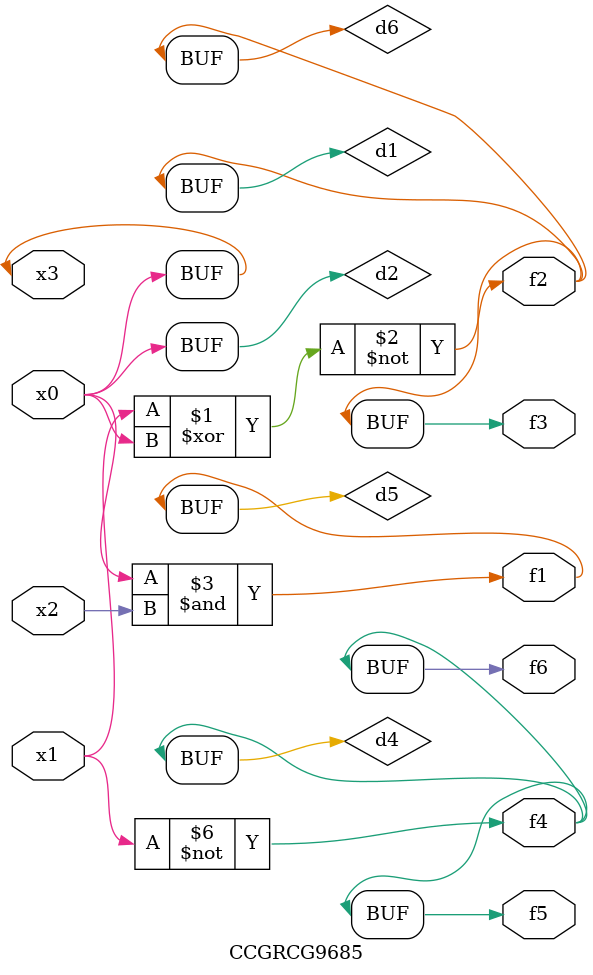
<source format=v>
module CCGRCG9685(
	input x0, x1, x2, x3,
	output f1, f2, f3, f4, f5, f6
);

	wire d1, d2, d3, d4, d5, d6;

	xnor (d1, x1, x3);
	buf (d2, x0, x3);
	nand (d3, x0, x2);
	not (d4, x1);
	nand (d5, d3);
	or (d6, d1);
	assign f1 = d5;
	assign f2 = d6;
	assign f3 = d6;
	assign f4 = d4;
	assign f5 = d4;
	assign f6 = d4;
endmodule

</source>
